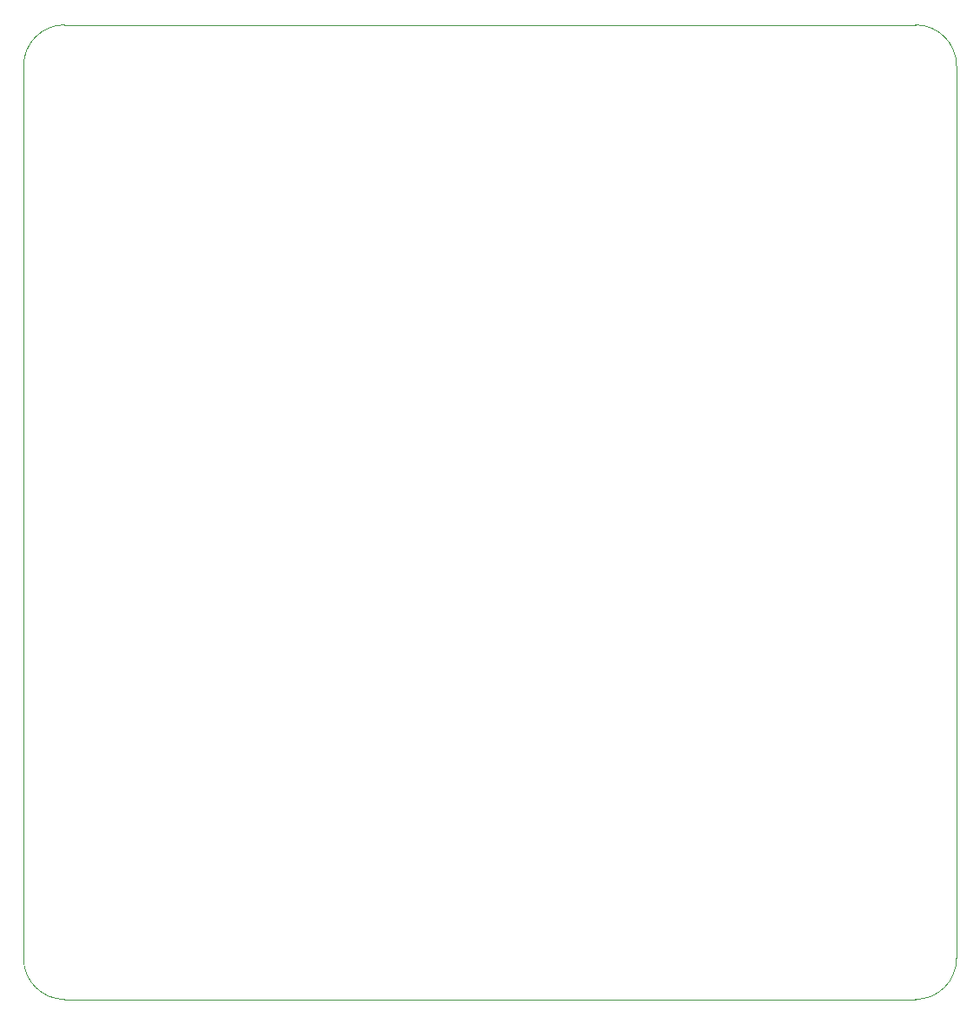
<source format=gbr>
%TF.GenerationSoftware,KiCad,Pcbnew,9.0.4-9.0.4-0~ubuntu24.04.1*%
%TF.CreationDate,2025-09-24T00:09:48+02:00*%
%TF.ProjectId,CarteMere,43617274-654d-4657-9265-2e6b69636164,rev?*%
%TF.SameCoordinates,Original*%
%TF.FileFunction,Profile,NP*%
%FSLAX46Y46*%
G04 Gerber Fmt 4.6, Leading zero omitted, Abs format (unit mm)*
G04 Created by KiCad (PCBNEW 9.0.4-9.0.4-0~ubuntu24.04.1) date 2025-09-24 00:09:48*
%MOMM*%
%LPD*%
G01*
G04 APERTURE LIST*
%TA.AperFunction,Profile*%
%ADD10C,0.050000*%
%TD*%
G04 APERTURE END LIST*
D10*
X180100000Y-50000000D02*
G75*
G02*
X184100000Y-54000000I0J-4000000D01*
G01*
X97100000Y-145000000D02*
G75*
G02*
X93100000Y-141000000I0J4000000D01*
G01*
X97100000Y-145000000D02*
X180100000Y-145000000D01*
X93100000Y-54000000D02*
G75*
G02*
X97100000Y-50000000I4000000J0D01*
G01*
X184100000Y-141000000D02*
X184100000Y-54000000D01*
X184100000Y-141000000D02*
G75*
G02*
X180100000Y-145000000I-4000000J0D01*
G01*
X93100000Y-54000000D02*
X93100000Y-141000000D01*
X180100000Y-50000000D02*
X97100000Y-50000000D01*
M02*

</source>
